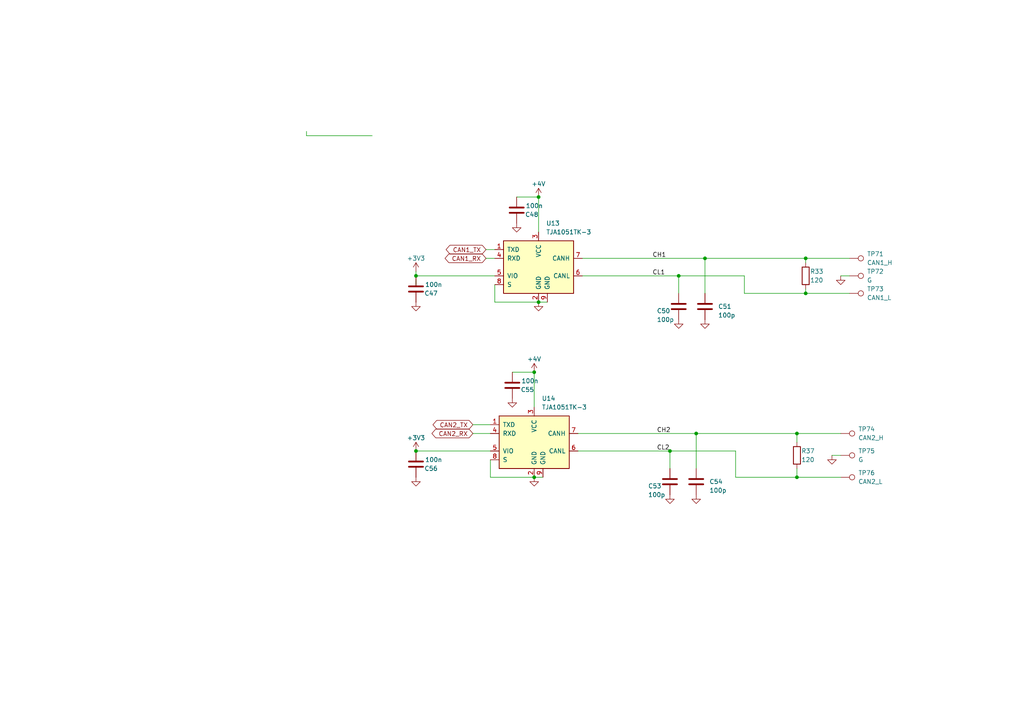
<source format=kicad_sch>
(kicad_sch (version 20231120) (generator "eeschema") (generator_version "8.0")
  (paper "A4")
  (lib_symbols
    (symbol "Connector:TestPoint" (pin_numbers hide) (pin_names (offset 0.762) hide)
      (property "Reference" "TP" (at 0 6.858 0))
      (property "Value" "TestPoint" (at 0 5.08 0))
      (symbol "TestPoint_0_1"
        (circle (center 0 3.302) (radius 0.762))
      )
      (symbol "TestPoint_1_1"
        (pin passive line (at 0 0 90) (length 2.54) (name "1") (number "1"))
      )
    )
    (symbol "Device:C" (pin_numbers hide) (pin_names (offset 0.254))
      (property "Reference" "C" (at 0.635 2.54 0))
      (property "Value" "C" (at 0.635 -2.54 0))
      (symbol "C_0_1"
        (polyline (pts (xy -2.032 -0.762) (xy 2.032 -0.762)) (stroke (width 0.508)))
        (polyline (pts (xy -2.032 0.762) (xy 2.032 0.762)) (stroke (width 0.508)))
      )
      (symbol "C_1_1"
        (pin passive line (at 0 3.81 270) (length 2.794) (name "~") (number "1"))
        (pin passive line (at 0 -3.81 90) (length 2.794) (name "~") (number "2"))
      )
    )
    (symbol "Device:R" (pin_numbers hide) (pin_names (offset 0))
      (property "Reference" "R" (at 2.032 0 90))
      (property "Value" "R" (at 0 0 90))
      (symbol "R_0_1"
        (rectangle (start -1.016 -2.54) (end 1.016 2.54) (stroke (width 0.254)))
      )
      (symbol "R_1_1"
        (pin passive line (at 0 3.81 270) (length 1.27) (name "~") (number "1"))
        (pin passive line (at 0 -3.81 90) (length 1.27) (name "~") (number "2"))
      )
    )
    (symbol "GND_1" (power) (pin_names (offset 0))
      (property "Value" "GND_1" (at 0 -3.81 0))
      (symbol "GND_1_0_1"
        (polyline (pts (xy 0 0) (xy 0 -1.27) (xy 1.27 -1.27) (xy 0 -2.54) (xy -1.27 -1.27) (xy 0 -1.27)))
      )
      (symbol "GND_1_1_1"
        (pin power_in line (at 0 0 270) (length 0) hide (name "GND") (number "1"))
      )
    )
    (symbol "Interface_CAN_LIN:TJA1051TK-3" (pin_names (offset 1.016))
      (property "Reference" "U" (at -10.16 8.89 0))
      (property "Value" "TJA1051TK-3" (at 1.27 8.89 0))
      (symbol "TJA1051TK-3_0_1"
        (rectangle (start -10.16 7.62) (end 10.16 -7.62) (stroke (width 0.254)) (fill (type background)))
      )
      (symbol "TJA1051TK-3_1_1"
        (pin input line (at -12.7 5.08 0) (length 2.54) (name "TXD") (number "1"))
        (pin power_in line (at 0 -10.16 90) (length 2.54) (name "GND") (number "2"))
        (pin power_in line (at 0 10.16 270) (length 2.54) (name "VCC") (number "3"))
        (pin output line (at -12.7 2.54 0) (length 2.54) (name "RXD") (number "4"))
        (pin power_in line (at -12.7 -2.54 0) (length 2.54) (name "VIO") (number "5"))
        (pin bidirectional line (at 12.7 -2.54 180) (length 2.54) (name "CANL") (number "6"))
        (pin bidirectional line (at 12.7 2.54 180) (length 2.54) (name "CANH") (number "7"))
        (pin input line (at -12.7 -5.08 0) (length 2.54) (name "S") (number "8"))
        (pin power_in line (at 2.54 -10.16 90) (length 2.54) (name "GND") (number "9"))
      )
    )
    (symbol "power:+3V3" (power) (pin_names (offset 0))
      (property "Value" "+3V3" (at 0 3.556 0))
      (symbol "+3V3_0_1"
        (polyline (pts (xy -0.762 1.27) (xy 0 2.54)))
        (polyline (pts (xy 0 0) (xy 0 2.54)))
        (polyline (pts (xy 0 2.54) (xy 0.762 1.27)))
      )
      (symbol "+3V3_1_1"
        (pin power_in line (at 0 0 90) (length 0) hide (name "+3V3") (number "1"))
      )
    )
    (symbol "power:+4V" (power) (pin_names (offset 0))
      (property "Value" "+4V" (at 0 3.556 0))
      (symbol "+4V_0_1"
        (polyline (pts (xy -0.762 1.27) (xy 0 2.54)))
        (polyline (pts (xy 0 0) (xy 0 2.54)))
        (polyline (pts (xy 0 2.54) (xy 0.762 1.27)))
      )
      (symbol "+4V_1_1"
        (pin power_in line (at 0 0 90) (length 0) hide (name "+4V") (number "1"))
      )
    )
  )
  (junction (at 233.68 74.93))
  (junction (at 196.85 80.01))
  (junction (at 204.47 74.93))
  (junction (at 156.21 57.15))
  (junction (at 120.65 80.01))
  (junction (at 194.31 130.81))
  (junction (at 201.93 125.73))
  (junction (at 154.94 138.43))
  (junction (at 156.21 87.63))
  (junction (at 233.68 85.09))
  (junction (at 231.14 138.43))
  (junction (at 154.94 107.95))
  (junction (at 120.65 130.81))
  (junction (at 231.14 125.73))
  (wire (pts (xy 196.85 80.01) (xy 196.85 85.09)))
  (wire (pts (xy 241.3 132.08) (xy 243.84 132.08)))
  (wire (pts (xy 156.21 87.63) (xy 158.75 87.63)))
  (wire (pts (xy 142.24 138.43) (xy 154.94 138.43)))
  (wire (pts (xy 120.65 78.74) (xy 120.65 80.01)))
  (wire (pts (xy 168.91 74.93) (xy 204.47 74.93)))
  (wire (pts (xy 156.21 57.15) (xy 156.21 67.31)))
  (wire (pts (xy 215.9 80.01) (xy 215.9 85.09)))
  (wire (pts (xy 140.97 74.93) (xy 143.51 74.93)))
  (wire (pts (xy 154.94 107.95) (xy 154.94 118.11)))
  (wire (pts (xy 196.85 80.01) (xy 215.9 80.01)))
  (wire (pts (xy 204.47 85.09) (xy 204.47 74.93)))
  (wire (pts (xy 120.65 81.28) (xy 120.65 82.55)))
  (wire (pts (xy 201.93 135.89) (xy 201.93 125.73)))
  (wire (pts (xy 243.84 80.01) (xy 246.38 80.01)))
  (wire (pts (xy 231.14 125.73) (xy 243.84 125.73)))
  (wire (pts (xy 137.16 125.73) (xy 142.24 125.73)))
  (wire (pts (xy 137.16 123.19) (xy 142.24 123.19)))
  (wire (pts (xy 143.51 82.55) (xy 143.51 87.63)))
  (wire (pts (xy 167.64 125.73) (xy 201.93 125.73)))
  (wire (pts (xy 201.93 125.73) (xy 231.14 125.73)))
  (wire (pts (xy 213.36 130.81) (xy 213.36 138.43)))
  (wire (pts (xy 168.91 80.01) (xy 196.85 80.01)))
  (wire (pts (xy 143.51 80.01) (xy 120.65 80.01)))
  (wire (pts (xy 233.68 85.09) (xy 246.38 85.09)))
  (wire (pts (xy 204.47 74.93) (xy 233.68 74.93)))
  (wire (pts (xy 88.9 38.1) (xy 88.9 39.37)))
  (wire (pts (xy 215.9 85.09) (xy 233.68 85.09)))
  (wire (pts (xy 233.68 74.93) (xy 246.38 74.93)))
  (wire (pts (xy 233.68 83.82) (xy 233.68 85.09)))
  (wire (pts (xy 231.14 125.73) (xy 231.14 128.27)))
  (wire (pts (xy 194.31 130.81) (xy 194.31 135.89)))
  (wire (pts (xy 167.64 130.81) (xy 194.31 130.81)))
  (wire (pts (xy 107.95 39.37) (xy 88.9 39.37)))
  (wire (pts (xy 231.14 138.43) (xy 243.84 138.43)))
  (wire (pts (xy 142.24 133.35) (xy 142.24 138.43)))
  (wire (pts (xy 148.59 107.95) (xy 154.94 107.95)))
  (wire (pts (xy 233.68 74.93) (xy 233.68 76.2)))
  (wire (pts (xy 231.14 135.89) (xy 231.14 138.43)))
  (wire (pts (xy 194.31 130.81) (xy 213.36 130.81)))
  (wire (pts (xy 140.97 72.39) (xy 143.51 72.39)))
  (wire (pts (xy 120.65 130.81) (xy 142.24 130.81)))
  (wire (pts (xy 213.36 138.43) (xy 231.14 138.43)))
  (wire (pts (xy 143.51 87.63) (xy 156.21 87.63)))
  (wire (pts (xy 154.94 138.43) (xy 157.48 138.43)))
  (wire (pts (xy 149.86 57.15) (xy 156.21 57.15)))
  (label "CL1" (at 189.23 80.01 0))
  (label "CH1" (at 189.23 74.93 0))
  (label "CL2" (at 190.5 130.81 0))
  (label "CH2" (at 190.5 125.73 0))
  (global_label "CAN1_TX" (shape bidirectional) (at 140.97 72.39 180) (property "Intersheetrefs" "${INTERSHEET_REFS}" (effects (hide yes))))
  (global_label "CAN2_RX" (shape bidirectional) (at 137.16 125.73 180) (property "Intersheetrefs" "${INTERSHEET_REFS}" (effects (hide yes))))
  (global_label "CAN1_RX" (shape bidirectional) (at 140.97 74.93 180) (property "Intersheetrefs" "${INTERSHEET_REFS}" (effects (hide yes))))
  (global_label "CAN2_TX" (shape bidirectional) (at 137.16 123.19 180) (property "Intersheetrefs" "${INTERSHEET_REFS}" (effects (hide yes))))
  (symbol (lib_name "GND_1") (lib_id "power:GND") (at 241.3 132.08 0) (unit 1)
    (property "Reference" "#PWR0247" (effects (hide yes)))
    (property "Value" "GND" (effects (hide yes)))
  )
  (symbol (lib_id "Connector:TestPoint") (at 246.38 80.01 270) (mirror x) (unit 1)
    (property "Reference" "TP72" (at 251.46 78.74 90) (effects (justify left)))
    (property "Value" "G" (at 251.46 81.28 90) (effects (justify left)))
    (property "Footprint" "Project:TestPoint_Pad_1.0x1.5mm" (effects (hide yes)))
    (property "Note" "DNP" (effects (hide yes)))
    (property "Assemby" "Copper pad: no assembly required" (effects (hide yes)))
  )
  (symbol (lib_id "Connector:TestPoint") (at 243.84 138.43 270) (mirror x) (unit 1)
    (property "Reference" "TP76" (at 248.92 137.16 90) (effects (justify left)))
    (property "Value" "CAN2_L" (at 248.92 139.7 90) (effects (justify left)))
    (property "Footprint" "Project:TestPoint_Pad_1.0x1.5mm" (effects (hide yes)))
    (property "Note" "DNP" (effects (hide yes)))
    (property "Assemby" "Copper pad: no assembly required" (effects (hide yes)))
  )
  (symbol (lib_id "Device:R") (at 233.68 80.01 0) (unit 1)
    (property "Reference" "R33" (at 234.95 78.74 0) (effects (justify left)))
    (property "Value" "120" (at 234.95 81.28 0) (effects (justify left)))
    (property "Footprint" "Project:R_0201_0603Metric" (effects (hide yes)))
    (property "Manufactorer" "YAGEO" (effects (hide yes)))
    (property "Part Number" "RC0402FR-0760R4L" (effects (hide yes)))
    (property "Tolerance" "1%" (effects (hide yes)))
  )
  (symbol (lib_name "GND_1") (lib_id "power:GND") (at 204.47 92.71 0) (unit 1)
    (property "Reference" "#PWR0244" (effects (hide yes)))
    (property "Value" "GND" (effects (hide yes)))
  )
  (symbol (lib_id "Device:C") (at 120.65 83.82 180) (unit 1)
    (property "Reference" "C47" (at 127 85.09 0) (effects (justify left)))
    (property "Value" "100n" (at 128.27 82.55 0) (effects (justify left)))
    (property "Footprint" "Project:C_0201_0603Metric" (effects (hide yes)))
    (property "Manufactorer" "Murata" (effects (hide yes)))
    (property "Part Number" "GRM033R61C104KE14D" (effects (hide yes)))
    (property "Voltage" "16" (effects (hide yes)))
    (property "Tolerance" "10%" (effects (hide yes)))
  )
  (symbol (lib_id "Connector:TestPoint") (at 246.38 74.93 270) (mirror x) (unit 1)
    (property "Reference" "TP71" (at 251.46 73.66 90) (effects (justify left)))
    (property "Value" "CAN1_H" (at 251.46 76.2 90) (effects (justify left)))
    (property "Footprint" "Project:TestPoint_Pad_1.0x1.5mm" (effects (hide yes)))
    (property "Note" "DNP" (effects (hide yes)))
    (property "Assemby" "Copper pad: no assembly required" (effects (hide yes)))
  )
  (symbol (lib_name "GND_1") (lib_id "power:GND") (at 201.93 143.51 0) (unit 1)
    (property "Reference" "#PWR0243" (effects (hide yes)))
    (property "Value" "GND" (effects (hide yes)))
  )
  (symbol (lib_name "GND_1") (lib_id "power:GND") (at 148.59 115.57 0) (unit 1)
    (property "Reference" "#PWR044" (effects (hide yes)))
    (property "Value" "GND" (effects (hide yes)))
  )
  (symbol (lib_id "Connector:TestPoint") (at 243.84 132.08 270) (mirror x) (unit 1)
    (property "Reference" "TP75" (at 248.92 130.81 90) (effects (justify left)))
    (property "Value" "G" (at 248.92 133.35 90) (effects (justify left)))
    (property "Footprint" "Project:TestPoint_Pad_1.0x1.5mm" (effects (hide yes)))
    (property "Note" "DNP" (effects (hide yes)))
    (property "Assemby" "Copper pad: no assembly required" (effects (hide yes)))
  )
  (symbol (lib_id "power:+3V3") (at 120.65 130.81 0) (unit 1)
    (property "Reference" "#PWR046" (effects (hide yes)))
    (property "Value" "+3V3" (at 120.65 127 0))
  )
  (symbol (lib_id "Device:C") (at 204.47 88.9 0) (unit 1)
    (property "Reference" "C51" (at 208.28 88.9 0) (effects (justify left)))
    (property "Value" "100p" (at 208.28 91.44 0) (effects (justify left)))
    (property "Footprint" "Project:C_0201_0603Metric" (effects (hide yes)))
    (property "Manufactorer" "Murata" (effects (hide yes)))
    (property "Part Number" "GRM033R71E101KA01D" (effects (hide yes)))
    (property "Voltage" "16" (effects (hide yes)))
    (property "Tolerance" "10%" (effects (hide yes)))
  )
  (symbol (lib_id "Interface_CAN_LIN:TJA1051TK-3") (at 154.94 128.27 0) (unit 1)
    (property "Reference" "U14" (at 157.1341 115.57 0) (effects (justify left)))
    (property "Value" "TJA1051TK-3" (at 157.1341 118.11 0) (effects (justify left)))
    (property "Footprint" "Package_DFN_QFN:DFN-8-1EP_3x3mm_P0.65mm_EP1.55x2.4mm" (effects (hide yes)))
    (property "Datasheet" "http://www.nxp.com/docs/en/data-sheet/TJA1051.pdf" (effects (hide yes)))
    (property "Part Number" "TJA1051TK-3" (effects (hide yes)))
  )
  (symbol (lib_id "Device:C") (at 196.85 88.9 0) (unit 1)
    (property "Reference" "C50" (at 190.5 90.17 0) (effects (justify left)))
    (property "Value" "100p" (at 190.5 92.71 0) (effects (justify left)))
    (property "Footprint" "Project:C_0201_0603Metric" (effects (hide yes)))
    (property "Manufactorer" "Murata" (effects (hide yes)))
    (property "Part Number" "GRM033R71E101KA01D" (effects (hide yes)))
    (property "Voltage" "16" (effects (hide yes)))
    (property "Tolerance" "10%" (effects (hide yes)))
  )
  (symbol (lib_name "GND_1") (lib_id "power:GND") (at 156.21 87.63 0) (unit 1)
    (property "Reference" "#PWR048" (effects (hide yes)))
    (property "Value" "GND" (effects (hide yes)))
  )
  (symbol (lib_id "Device:C") (at 194.31 139.7 0) (unit 1)
    (property "Reference" "C53" (at 187.96 140.97 0) (effects (justify left)))
    (property "Value" "100p" (at 187.96 143.51 0) (effects (justify left)))
    (property "Footprint" "Project:C_0201_0603Metric" (effects (hide yes)))
    (property "Manufactorer" "Murata" (effects (hide yes)))
    (property "Part Number" "GRM033R71E101KA01D" (effects (hide yes)))
    (property "Voltage" "16" (effects (hide yes)))
    (property "Tolerance" "10%" (effects (hide yes)))
  )
  (symbol (lib_name "GND_1") (lib_id "power:GND") (at 149.86 64.77 0) (unit 1)
    (property "Reference" "#PWR050" (effects (hide yes)))
    (property "Value" "GND" (effects (hide yes)))
  )
  (symbol (lib_id "Interface_CAN_LIN:TJA1051TK-3") (at 156.21 77.47 0) (unit 1)
    (property "Reference" "U13" (at 158.4041 64.77 0) (effects (justify left)))
    (property "Value" "TJA1051TK-3" (at 158.4041 67.31 0) (effects (justify left)))
    (property "Footprint" "Package_DFN_QFN:DFN-8-1EP_3x3mm_P0.65mm_EP1.55x2.4mm" (effects (hide yes)))
    (property "Datasheet" "http://www.nxp.com/docs/en/data-sheet/TJA1051.pdf" (effects (hide yes)))
    (property "Part Number" "TJA1051TK-3" (effects (hide yes)))
  )
  (symbol (lib_id "Connector:TestPoint") (at 243.84 125.73 270) (mirror x) (unit 1)
    (property "Reference" "TP74" (at 248.92 124.46 90) (effects (justify left)))
    (property "Value" "CAN2_H" (at 248.92 127 90) (effects (justify left)))
    (property "Footprint" "Project:TestPoint_Pad_1.0x1.5mm" (effects (hide yes)))
    (property "Note" "DNP" (effects (hide yes)))
    (property "Assemby" "Copper pad: no assembly required" (effects (hide yes)))
  )
  (symbol (lib_name "GND_1") (lib_id "power:GND") (at 154.94 138.43 0) (unit 1)
    (property "Reference" "#PWR045" (effects (hide yes)))
    (property "Value" "GND" (effects (hide yes)))
  )
  (symbol (lib_id "power:+3V3") (at 120.65 78.74 0) (unit 1)
    (property "Reference" "#PWR0238" (effects (hide yes)))
    (property "Value" "+3V3" (at 120.65 74.93 0))
  )
  (symbol (lib_id "Device:C") (at 201.93 139.7 0) (unit 1)
    (property "Reference" "C54" (at 205.74 139.7 0) (effects (justify left)))
    (property "Value" "100p" (at 205.74 142.24 0) (effects (justify left)))
    (property "Footprint" "Project:C_0201_0603Metric" (effects (hide yes)))
    (property "Manufactorer" "Murata" (effects (hide yes)))
    (property "Part Number" "GRM033R71E101KA01D" (effects (hide yes)))
    (property "Voltage" "16" (effects (hide yes)))
    (property "Tolerance" "10%" (effects (hide yes)))
  )
  (symbol (lib_id "power:+4V") (at 154.94 107.95 0) (unit 1)
    (property "Reference" "#PWR043" (effects (hide yes)))
    (property "Value" "+4V" (at 154.94 104.14 0))
  )
  (symbol (lib_id "Device:C") (at 149.86 60.96 180) (unit 1)
    (property "Reference" "C48" (at 156.21 62.23 0) (effects (justify left)))
    (property "Value" "100n" (at 157.48 59.69 0) (effects (justify left)))
    (property "Footprint" "Project:C_0201_0603Metric" (effects (hide yes)))
    (property "Manufactorer" "Murata" (effects (hide yes)))
    (property "Part Number" "GRM033R61C104KE14D" (effects (hide yes)))
    (property "Voltage" "16" (effects (hide yes)))
    (property "Tolerance" "10%" (effects (hide yes)))
  )
  (symbol (lib_name "GND_1") (lib_id "power:GND") (at 194.31 143.51 0) (unit 1)
    (property "Reference" "#PWR0241" (effects (hide yes)))
    (property "Value" "GND" (effects (hide yes)))
  )
  (symbol (lib_id "Connector:TestPoint") (at 246.38 85.09 270) (mirror x) (unit 1)
    (property "Reference" "TP73" (at 251.46 83.82 90) (effects (justify left)))
    (property "Value" "CAN1_L" (at 251.46 86.36 90) (effects (justify left)))
    (property "Footprint" "Project:TestPoint_Pad_1.0x1.5mm" (effects (hide yes)))
    (property "Note" "DNP" (effects (hide yes)))
    (property "Assemby" "Copper pad: no assembly required" (effects (hide yes)))
  )
  (symbol (lib_name "GND_1") (lib_id "power:GND") (at 196.85 92.71 0) (unit 1)
    (property "Reference" "#PWR0242" (effects (hide yes)))
    (property "Value" "GND" (effects (hide yes)))
  )
  (symbol (lib_id "Device:C") (at 120.65 134.62 180) (unit 1)
    (property "Reference" "C56" (at 127 135.89 0) (effects (justify left)))
    (property "Value" "100n" (at 128.27 133.35 0) (effects (justify left)))
    (property "Footprint" "Project:C_0201_0603Metric" (effects (hide yes)))
    (property "Manufactorer" "Murata" (effects (hide yes)))
    (property "Part Number" "GRM033R61C104KE14D" (effects (hide yes)))
    (property "Voltage" "16" (effects (hide yes)))
    (property "Tolerance" "10%" (effects (hide yes)))
  )
  (symbol (lib_id "power:+4V") (at 156.21 57.15 0) (unit 1)
    (property "Reference" "#PWR049" (effects (hide yes)))
    (property "Value" "+4V" (at 156.21 53.34 0))
  )
  (symbol (lib_name "GND_1") (lib_id "power:GND") (at 120.65 87.63 0) (unit 1)
    (property "Reference" "#PWR034" (effects (hide yes)))
    (property "Value" "GND" (effects (hide yes)))
  )
  (symbol (lib_id "Device:C") (at 148.59 111.76 180) (unit 1)
    (property "Reference" "C55" (at 154.94 113.03 0) (effects (justify left)))
    (property "Value" "100n" (at 156.21 110.49 0) (effects (justify left)))
    (property "Footprint" "Project:C_0201_0603Metric" (effects (hide yes)))
    (property "Manufactorer" "Murata" (effects (hide yes)))
    (property "Part Number" "GRM033R61C104KE14D" (effects (hide yes)))
    (property "Voltage" "16" (effects (hide yes)))
    (property "Tolerance" "10%" (effects (hide yes)))
  )
  (symbol (lib_name "GND_1") (lib_id "power:GND") (at 243.84 80.01 0) (unit 1)
    (property "Reference" "#PWR0248" (effects (hide yes)))
    (property "Value" "GND" (effects (hide yes)))
  )
  (symbol (lib_id "Device:R") (at 231.14 132.08 0) (unit 1)
    (property "Reference" "R37" (at 232.41 130.81 0) (effects (justify left)))
    (property "Value" "120" (at 232.41 133.35 0) (effects (justify left)))
    (property "Footprint" "Project:R_0201_0603Metric" (effects (hide yes)))
    (property "Manufactorer" "YAGEO" (effects (hide yes)))
    (property "Part Number" "RC0402FR-0760R4L" (effects (hide yes)))
    (property "Tolerance" "1%" (effects (hide yes)))
  )
  (symbol (lib_name "GND_1") (lib_id "power:GND") (at 120.65 138.43 0) (unit 1)
    (property "Reference" "#PWR047" (effects (hide yes)))
    (property "Value" "GND" (effects (hide yes)))
  )
)
</source>
